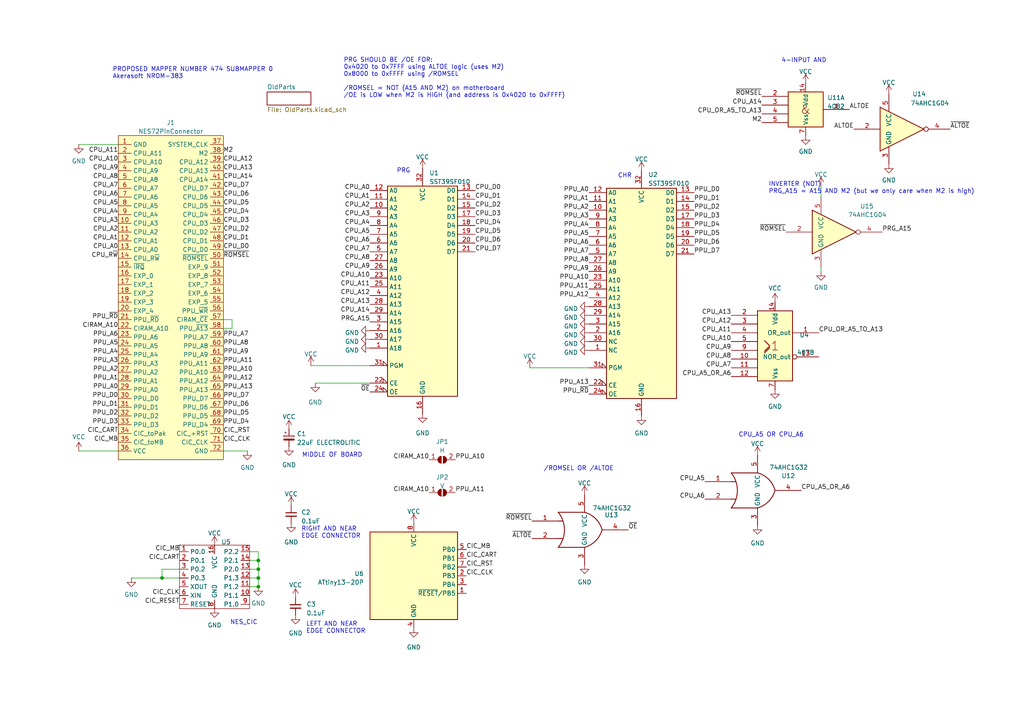
<source format=kicad_sch>
(kicad_sch (version 20230121) (generator eeschema)
  (paper "A4")
  (title_block (title "AS-8BIT-NROM-368") (company "Akerasoft") (comment 1 "©Akerasoft") (comment 2 "linear mapping") (comment 3 "This is a new mapper for simple upgrades of 32K games and also just for extra space in"))
  (lib_symbols
    (symbol "4xxx_IEEE:4082"
      (property "Reference" "U" (at 5.08 6.35 0))
      (property "Value" "4082" (at 5.08 -6.35 0))
      (symbol "4082_0_0"
        (text "&" (at 0 0 0) (effects (font (size 2.54 2.54))))
        (pin power_in line (at 0 7.62 270) (length 2.54) (name "Vdd") (number "14"))
        (pin power_in line (at 0 -7.62 90) (length 2.54) (name "Vss") (number "7"))
      )
      (symbol "4082_0_1"
        (rectangle (start -5.08 5.08) (end 5.08 -5.08) (stroke (width 0.254)) (fill (type background)))
      )
      (symbol "4082_1_1"
        (pin output line (at 12.7 0 180) (length 7.62) (name "~") (number "1"))
        (pin input line (at -12.7 3.81 0) (length 7.62) (name "~") (number "2"))
        (pin input line (at -12.7 1.27 0) (length 7.62) (name "~") (number "3"))
        (pin input line (at -12.7 -1.27 0) (length 7.62) (name "~") (number "4"))
        (pin input line (at -12.7 -3.81 0) (length 7.62) (name "~") (number "5"))
      )
      (symbol "4082_2_1"
        (pin input line (at -12.7 1.27 0) (length 7.62) (name "~") (number "10"))
        (pin input line (at -12.7 -1.27 0) (length 7.62) (name "~") (number "11"))
        (pin input line (at -12.7 -3.81 0) (length 7.62) (name "~") (number "12"))
        (pin output line (at 12.7 0 180) (length 7.62) (name "~") (number "13"))
        (pin input line (at -12.7 3.81 0) (length 7.62) (name "~") (number "9"))
      )
    )
    (symbol "74xGxx:74AHC1G04"
      (property "Reference" "U" (at -2.54 3.81 0))
      (property "Value" "74AHC1G04" (at 0 -3.81 0))
      (symbol "74AHC1G04_0_1"
        (polyline (pts (xy -7.62 6.35) (xy -7.62 -6.35) (xy 5.08 0) (xy -7.62 6.35)) (stroke (width 0.254)) (fill (type background)))
      )
      (symbol "74AHC1G04_1_1"
        (pin input line (at -15.24 0 0) (length 7.62) (name "~") (number "2"))
        (pin power_in line (at -5.08 -10.16 90) (length 5.08) (name "GND") (number "3"))
        (pin output inverted (at 12.7 0 180) (length 7.62) (name "~") (number "4"))
        (pin power_in line (at -5.08 10.16 270) (length 5.08) (name "VCC") (number "5"))
      )
    )
    (symbol "74xGxx:74AHC1G32"
      (property "Reference" "U" (at -2.54 3.81 0))
      (property "Value" "74AHC1G32" (at 0 -3.81 0))
      (symbol "74AHC1G32_0_1"
        (arc (start -7.62 -5.08) (mid -5.838 0) (end -7.62 5.08) (stroke (width 0.254)))
        (arc (start 0 -5.08) (mid 3.1986 -3.2054) (end 5.08 0) (stroke (width 0.254)))
        (polyline (pts (xy -7.62 -2.54) (xy -6.35 -2.54)) (stroke (width 0.254)) (fill (type background)))
        (polyline (pts (xy -7.62 2.54) (xy -6.35 2.54)) (stroke (width 0.254)) (fill (type background)))
        (polyline (pts (xy 0 -5.08) (xy -7.62 -5.08)) (stroke (width 0.254)) (fill (type background)))
        (polyline (pts (xy 0 5.08) (xy -7.62 5.08)) (stroke (width 0.254)) (fill (type background)))
        (arc (start 5.08 0) (mid 3.2238 3.2304) (end 0 5.08) (stroke (width 0.254)))
      )
      (symbol "74AHC1G32_1_1"
        (pin input line (at -15.24 2.54 0) (length 7.62) (name "~") (number "1"))
        (pin input line (at -15.24 -2.54 0) (length 7.62) (name "~") (number "2"))
        (pin power_in line (at 0 -10.16 90) (length 5.08) (name "GND") (number "3"))
        (pin output line (at 12.7 0 180) (length 7.62) (name "~") (number "4"))
        (pin power_in line (at 0 10.16 270) (length 5.08) (name "VCC") (number "5"))
      )
    )
    (symbol "Device:C_Polarized_Small" (pin_numbers hide) (pin_names (offset 0.254) hide)
      (property "Reference" "C" (at 0.254 1.778 0))
      (property "Value" "C_Polarized_Small" (at 0.254 -2.032 0))
      (symbol "C_Polarized_Small_0_1"
        (rectangle (start -1.524 -0.3048) (end 1.524 -0.6858) (fill (type outline)))
        (rectangle (start -1.524 0.6858) (end 1.524 0.3048))
        (polyline (pts (xy -1.27 1.524) (xy -0.762 1.524)))
        (polyline (pts (xy -1.016 1.27) (xy -1.016 1.778)))
      )
      (symbol "C_Polarized_Small_1_1"
        (pin passive line (at 0 2.54 270) (length 1.8542) (name "~") (number "1"))
        (pin passive line (at 0 -2.54 90) (length 1.8542) (name "~") (number "2"))
      )
    )
    (symbol "Device:C_Small" (pin_numbers hide) (pin_names (offset 0.254) hide)
      (property "Reference" "C" (at 0.254 1.778 0))
      (property "Value" "C_Small" (at 0.254 -2.032 0))
      (symbol "C_Small_0_1"
        (polyline (pts (xy -1.524 -0.508) (xy 1.524 -0.508)) (stroke (width 0.3302)))
        (polyline (pts (xy -1.524 0.508) (xy 1.524 0.508)) (stroke (width 0.3048)))
      )
      (symbol "C_Small_1_1"
        (pin passive line (at 0 2.54 270) (length 2.032) (name "~") (number "1"))
        (pin passive line (at 0 -2.54 90) (length 2.032) (name "~") (number "2"))
      )
    )
    (symbol "Jumper:SolderJumper_2_Open" (pin_names (offset 0) hide)
      (property "Reference" "JP" (at 0 2.032 0))
      (property "Value" "SolderJumper_2_Open" (at 0 -2.54 0))
      (symbol "SolderJumper_2_Open_0_1"
        (arc (start -0.254 1.016) (mid -1.2656 0) (end -0.254 -1.016))
        (arc (start -0.254 1.016) (mid -1.2656 0) (end -0.254 -1.016) (fill (type outline)))
        (polyline (pts (xy -0.254 1.016) (xy -0.254 -1.016)))
        (polyline (pts (xy 0.254 1.016) (xy 0.254 -1.016)))
        (arc (start 0.254 -1.016) (mid 1.2656 0) (end 0.254 1.016))
        (arc (start 0.254 -1.016) (mid 1.2656 0) (end 0.254 1.016) (fill (type outline)))
      )
      (symbol "SolderJumper_2_Open_1_1"
        (pin passive line (at -3.81 0 0) (length 2.54) (name "A") (number "1"))
        (pin passive line (at 3.81 0 180) (length 2.54) (name "B") (number "2"))
      )
    )
    (symbol "MCU_Microchip_ATtiny:ATtiny13-20P"
      (property "Reference" "U" (at -12.7 13.97 0))
      (property "Value" "ATtiny13-20P" (at 2.54 -13.97 0))
      (symbol "ATtiny13-20P_0_1"
        (rectangle (start -12.7 -12.7) (end 12.7 12.7) (stroke (width 0.254)) (fill (type background)))
      )
      (symbol "ATtiny13-20P_1_1"
        (pin bidirectional line (at 15.24 -5.08 180) (length 2.54) (name "~{RESET}/PB5") (number "1"))
        (pin bidirectional line (at 15.24 0 180) (length 2.54) (name "PB3") (number "2"))
        (pin bidirectional line (at 15.24 -2.54 180) (length 2.54) (name "PB4") (number "3"))
        (pin power_in line (at 0 -15.24 90) (length 2.54) (name "GND") (number "4"))
        (pin bidirectional line (at 15.24 7.62 180) (length 2.54) (name "PB0") (number "5"))
        (pin bidirectional line (at 15.24 5.08 180) (length 2.54) (name "PB1") (number "6"))
        (pin bidirectional line (at 15.24 2.54 180) (length 2.54) (name "PB2") (number "7"))
        (pin power_in line (at 0 15.24 270) (length 2.54) (name "VCC") (number "8"))
      )
    )
    (symbol "Memory_Flash:SST39SF010"
      (property "Reference" "U" (at 2.54 33.02 0))
      (property "Value" "SST39SF010" (at 0 -30.48 0))
      (symbol "SST39SF010_0_0"
        (pin power_in line (at 0 -34.29 90) (length 5.08) (name "GND") (number "16"))
        (pin power_in line (at 0 36.83 270) (length 5.08) (name "VCC") (number "32"))
      )
      (symbol "SST39SF010_0_1"
        (rectangle (start -10.16 31.75) (end 10.16 -29.21) (stroke (width 0.254)) (fill (type background)))
      )
      (symbol "SST39SF010_1_1"
        (pin input line (at -15.24 -15.24 0) (length 5.08) (name "NC") (number "1"))
        (pin input line (at -15.24 25.4 0) (length 5.08) (name "A2") (number "10"))
        (pin input line (at -15.24 27.94 0) (length 5.08) (name "A1") (number "11"))
        (pin input line (at -15.24 30.48 0) (length 5.08) (name "A0") (number "12"))
        (pin tri_state line (at 15.24 30.48 180) (length 5.08) (name "D0") (number "13"))
        (pin tri_state line (at 15.24 27.94 180) (length 5.08) (name "D1") (number "14"))
        (pin tri_state line (at 15.24 25.4 180) (length 5.08) (name "D2") (number "15"))
        (pin tri_state line (at 15.24 22.86 180) (length 5.08) (name "D3") (number "17"))
        (pin tri_state line (at 15.24 20.32 180) (length 5.08) (name "D4") (number "18"))
        (pin tri_state line (at 15.24 17.78 180) (length 5.08) (name "D5") (number "19"))
        (pin input line (at -15.24 -10.16 0) (length 5.08) (name "A16") (number "2"))
        (pin tri_state line (at 15.24 15.24 180) (length 5.08) (name "D6") (number "20"))
        (pin tri_state line (at 15.24 12.7 180) (length 5.08) (name "D7") (number "21"))
        (pin input input_low (at -15.24 -25.4 0) (length 5.08) (name "CE") (number "22"))
        (pin input line (at -15.24 5.08 0) (length 5.08) (name "A10") (number "23"))
        (pin input input_low (at -15.24 -27.94 0) (length 5.08) (name "OE") (number "24"))
        (pin input line (at -15.24 2.54 0) (length 5.08) (name "A11") (number "25"))
        (pin input line (at -15.24 7.62 0) (length 5.08) (name "A9") (number "26"))
        (pin input line (at -15.24 10.16 0) (length 5.08) (name "A8") (number "27"))
        (pin input line (at -15.24 -2.54 0) (length 5.08) (name "A13") (number "28"))
        (pin input line (at -15.24 -5.08 0) (length 5.08) (name "A14") (number "29"))
        (pin input line (at -15.24 -7.62 0) (length 5.08) (name "A15") (number "3"))
        (pin input line (at -15.24 -12.7 0) (length 5.08) (name "NC") (number "30"))
        (pin input input_low (at -15.24 -20.32 0) (length 5.08) (name "PGM") (number "31"))
        (pin input line (at -15.24 0 0) (length 5.08) (name "A12") (number "4"))
        (pin input line (at -15.24 12.7 0) (length 5.08) (name "A7") (number "5"))
        (pin input line (at -15.24 15.24 0) (length 5.08) (name "A6") (number "6"))
        (pin input line (at -15.24 17.78 0) (length 5.08) (name "A5") (number "7"))
        (pin input line (at -15.24 20.32 0) (length 5.08) (name "A4") (number "8"))
        (pin input line (at -15.24 22.86 0) (length 5.08) (name "A3") (number "9"))
      )
    )
    (symbol "Memory_Flash:SST39SF040"
      (property "Reference" "U" (at 2.54 33.02 0))
      (property "Value" "SST39SF040" (at 0 -30.48 0))
      (symbol "SST39SF040_0_0"
        (pin power_in line (at 0 -34.29 90) (length 5.08) (name "GND") (number "16"))
        (pin power_in line (at 0 36.83 270) (length 5.08) (name "VCC") (number "32"))
      )
      (symbol "SST39SF040_0_1"
        (rectangle (start -10.16 31.75) (end 10.16 -29.21) (stroke (width 0.254)) (fill (type background)))
      )
      (symbol "SST39SF040_1_1"
        (pin input line (at -15.24 -15.24 0) (length 5.08) (name "A18") (number "1"))
        (pin input line (at -15.24 25.4 0) (length 5.08) (name "A2") (number "10"))
        (pin input line (at -15.24 27.94 0) (length 5.08) (name "A1") (number "11"))
        (pin input line (at -15.24 30.48 0) (length 5.08) (name "A0") (number "12"))
        (pin tri_state line (at 15.24 30.48 180) (length 5.08) (name "D0") (number "13"))
        (pin tri_state line (at 15.24 27.94 180) (length 5.08) (name "D1") (number "14"))
        (pin tri_state line (at 15.24 25.4 180) (length 5.08) (name "D2") (number "15"))
        (pin tri_state line (at 15.24 22.86 180) (length 5.08) (name "D3") (number "17"))
        (pin tri_state line (at 15.24 20.32 180) (length 5.08) (name "D4") (number "18"))
        (pin tri_state line (at 15.24 17.78 180) (length 5.08) (name "D5") (number "19"))
        (pin input line (at -15.24 -10.16 0) (length 5.08) (name "A16") (number "2"))
        (pin tri_state line (at 15.24 15.24 180) (length 5.08) (name "D6") (number "20"))
        (pin tri_state line (at 15.24 12.7 180) (length 5.08) (name "D7") (number "21"))
        (pin input input_low (at -15.24 -25.4 0) (length 5.08) (name "CE") (number "22"))
        (pin input line (at -15.24 5.08 0) (length 5.08) (name "A10") (number "23"))
        (pin input input_low (at -15.24 -27.94 0) (length 5.08) (name "OE") (number "24"))
        (pin input line (at -15.24 2.54 0) (length 5.08) (name "A11") (number "25"))
        (pin input line (at -15.24 7.62 0) (length 5.08) (name "A9") (number "26"))
        (pin input line (at -15.24 10.16 0) (length 5.08) (name "A8") (number "27"))
        (pin input line (at -15.24 -2.54 0) (length 5.08) (name "A13") (number "28"))
        (pin input line (at -15.24 -5.08 0) (length 5.08) (name "A14") (number "29"))
        (pin input line (at -15.24 -7.62 0) (length 5.08) (name "A15") (number "3"))
        (pin input line (at -15.24 -12.7 0) (length 5.08) (name "A17") (number "30"))
        (pin input input_low (at -15.24 -20.32 0) (length 5.08) (name "PGM") (number "31"))
        (pin input line (at -15.24 0 0) (length 5.08) (name "A12") (number "4"))
        (pin input line (at -15.24 12.7 0) (length 5.08) (name "A7") (number "5"))
        (pin input line (at -15.24 15.24 0) (length 5.08) (name "A6") (number "6"))
        (pin input line (at -15.24 17.78 0) (length 5.08) (name "A5") (number "7"))
        (pin input line (at -15.24 20.32 0) (length 5.08) (name "A4") (number "8"))
        (pin input line (at -15.24 22.86 0) (length 5.08) (name "A3") (number "9"))
      )
    )
    (symbol "New_Library:CD4078B_fixed"
      (property "Reference" "U4" (at 8.4836 3.1749 0))
      (property "Value" "4078" (at 8.89 -1.905 0))
      (symbol "CD4078B_fixed_0_0"
        (rectangle (start -5.08 10.16) (end 5.08 -10.16) (stroke (width 0.254)) (fill (type background)))
        (polyline (pts (xy -3.048 -2.032) (xy -1.524 -0.508) (xy -1.524 -0.508)) (stroke (width 0.254)) (fill (type background)))
        (polyline (pts (xy -3.048 1.524) (xy -1.524 0) (xy -3.048 -1.524) (xy -3.048 -1.524)) (stroke (width 0.254)) (fill (type background)))
        (text "1" (at 0 0 0) (effects (font (size 2.54 2.54))))
        (pin power_in line (at 0 12.7 270) (length 2.54) (name "Vdd") (number "14"))
        (pin power_in line (at 0 -12.7 90) (length 2.54) (name "Vss") (number "7"))
      )
      (symbol "CD4078B_fixed_1_1"
        (pin output line (at 12.7 3.81 180) (length 7.62) (name "OR_out") (number "1"))
        (pin input line (at -12.7 -3.81 0) (length 7.62) (name "~") (number "10"))
        (pin input line (at -12.7 -6.35 0) (length 7.62) (name "~") (number "11"))
        (pin input line (at -12.7 -8.89 0) (length 7.62) (name "~") (number "12"))
        (pin output inverted (at 12.7 -3.175 180) (length 7.62) (name "NOR_out") (number "13"))
        (pin input line (at -12.7 8.89 0) (length 7.62) (name "~") (number "2"))
        (pin input line (at -12.7 6.35 0) (length 7.62) (name "~") (number "3"))
        (pin input line (at -12.7 3.81 0) (length 7.62) (name "~") (number "4"))
        (pin input line (at -12.7 1.27 0) (length 7.62) (name "~") (number "5"))
        (pin input line (at -12.7 -1.27 0) (length 7.62) (name "~") (number "9"))
      )
    )
    (symbol "New_Library:NES72PinConnector"
      (property "Reference" "J" (at 0 0 0))
      (property "Value" "NES72PinConnector" (at 0 0 0))
      (symbol "NES72PinConnector_0_1"
        (rectangle (start 0 0) (end 30.48 -93.98) (fill (type background)))
      )
      (symbol "NES72PinConnector_1_1"
        (pin power_in line (at 0 -2.54 0) (length 3.81) (name "GND") (number "1"))
        (pin input line (at 0 -25.4 0) (length 3.81) (name "CPU_A3") (number "10"))
        (pin input line (at 0 -27.94 0) (length 3.81) (name "CPU_A2") (number "11"))
        (pin input line (at 0 -30.48 0) (length 3.81) (name "CPU_A1") (number "12"))
        (pin input line (at 0 -33.02 0) (length 3.81) (name "CPU_A0") (number "13"))
        (pin input line (at 0 -35.56 0) (length 3.81) (name "CPU_R~{W}") (number "14"))
        (pin output line (at 0 -38.1 0) (length 3.81) (name "~{IRQ}") (number "15"))
        (pin unspecified line (at 0 -40.64 0) (length 3.81) (name "EXP_0") (number "16"))
        (pin unspecified line (at 0 -43.18 0) (length 3.81) (name "EXP_1") (number "17"))
        (pin unspecified line (at 0 -45.72 0) (length 3.81) (name "EXP_2") (number "18"))
        (pin unspecified line (at 0 -48.26 0) (length 3.81) (name "EXP_3") (number "19"))
        (pin input line (at 0 -5.08 0) (length 3.81) (name "CPU_A11") (number "2"))
        (pin unspecified line (at 0 -50.8 0) (length 3.81) (name "EXP_4") (number "20"))
        (pin input line (at 0 -53.34 0) (length 3.81) (name "PPU_~{RD}") (number "21"))
        (pin input line (at 0 -55.88 0) (length 3.81) (name "CIRAM_A10") (number "22"))
        (pin input line (at 0 -58.42 0) (length 3.81) (name "PPU_A6") (number "23"))
        (pin input line (at 0 -60.96 0) (length 3.81) (name "PPU_A5") (number "24"))
        (pin input line (at 0 -63.5 0) (length 3.81) (name "PPU_A4") (number "25"))
        (pin input line (at 0 -66.04 0) (length 3.81) (name "PPU_A3") (number "26"))
        (pin input line (at 0 -68.58 0) (length 3.81) (name "PPU_A2") (number "27"))
        (pin input line (at 0 -71.12 0) (length 3.81) (name "PPU_A1") (number "28"))
        (pin input line (at 0 -73.66 0) (length 3.81) (name "PPU_A0") (number "29"))
        (pin input line (at 0 -7.62 0) (length 3.81) (name "CPU_A10") (number "3"))
        (pin bidirectional line (at 0 -76.2 0) (length 3.81) (name "PPU_D0") (number "30"))
        (pin bidirectional line (at 0 -78.74 0) (length 3.81) (name "PPU_D1") (number "31"))
        (pin bidirectional line (at 0 -81.28 0) (length 3.81) (name "PPU_D2") (number "32"))
        (pin bidirectional line (at 0 -83.82 0) (length 3.81) (name "PPU_D3") (number "33"))
        (pin input line (at 0 -86.36 0) (length 3.81) (name "CIC_toPak") (number "34"))
        (pin output line (at 0 -88.9 0) (length 3.81) (name "CIC_toMB") (number "35"))
        (pin power_in line (at 0 -91.44 0) (length 3.81) (name "VCC") (number "36"))
        (pin input line (at 30.48 -2.54 180) (length 3.81) (name "SYSTEM_CLK") (number "37"))
        (pin input line (at 30.48 -5.08 180) (length 3.81) (name "M2") (number "38"))
        (pin input line (at 30.48 -7.62 180) (length 3.81) (name "CPU_A12") (number "39"))
        (pin input line (at 0 -10.16 0) (length 3.81) (name "CPU_A9") (number "4"))
        (pin input line (at 30.48 -10.16 180) (length 3.81) (name "CPU_A13") (number "40"))
        (pin input line (at 30.48 -12.7 180) (length 3.81) (name "CPU_A14") (number "41"))
        (pin bidirectional line (at 30.48 -15.24 180) (length 3.81) (name "CPU_D7") (number "42"))
        (pin bidirectional line (at 30.48 -17.78 180) (length 3.81) (name "CPU_D6") (number "43"))
        (pin bidirectional line (at 30.48 -20.32 180) (length 3.81) (name "CPU_D5") (number "44"))
        (pin bidirectional line (at 30.48 -22.86 180) (length 3.81) (name "CPU_D4") (number "45"))
        (pin bidirectional line (at 30.48 -25.4 180) (length 3.81) (name "CPU_D3") (number "46"))
        (pin bidirectional line (at 30.48 -27.94 180) (length 3.81) (name "CPU_D2") (number "47"))
        (pin bidirectional line (at 30.48 -30.48 180) (length 3.81) (name "CPU_D1") (number "48"))
        (pin bidirectional line (at 30.48 -33.02 180) (length 3.81) (name "CPU_D0") (number "49"))
        (pin input line (at 0 -12.7 0) (length 3.81) (name "CPU_A8") (number "5"))
        (pin input line (at 30.48 -35.56 180) (length 3.81) (name "~{ROMSEL}") (number "50"))
        (pin unspecified line (at 30.48 -38.1 180) (length 3.81) (name "EXP_9") (number "51"))
        (pin unspecified line (at 30.48 -40.64 180) (length 3.81) (name "EXP_8") (number "52"))
        (pin unspecified line (at 30.48 -43.18 180) (length 3.81) (name "EXP_7") (number "53"))
        (pin unspecified line (at 30.48 -45.72 180) (length 3.81) (name "EXP_6") (number "54"))
        (pin unspecified line (at 30.48 -48.26 180) (length 3.81) (name "EXP_5") (number "55"))
        (pin input line (at 30.48 -50.8 180) (length 3.81) (name "PPU_~{WR}") (number "56"))
        (pin input line (at 30.48 -53.34 180) (length 3.81) (name "CIRAM_~{CE}") (number "57"))
        (pin input line (at 30.48 -55.88 180) (length 3.81) (name "PPU_~{A13}") (number "58"))
        (pin input line (at 30.48 -58.42 180) (length 3.81) (name "PPU_A7") (number "59"))
        (pin input line (at 0 -15.24 0) (length 3.81) (name "CPU_A7") (number "6"))
        (pin input line (at 30.48 -60.96 180) (length 3.81) (name "PPU_A8") (number "60"))
        (pin input line (at 30.48 -63.5 180) (length 3.81) (name "PPU_A9") (number "61"))
        (pin input line (at 30.48 -66.04 180) (length 3.81) (name "PPU_A11") (number "62"))
        (pin input line (at 30.48 -68.58 180) (length 3.81) (name "PPU_A10") (number "63"))
        (pin input line (at 30.48 -71.12 180) (length 3.81) (name "PPU_A12") (number "64"))
        (pin input line (at 30.48 -73.66 180) (length 3.81) (name "PPU_A13") (number "65"))
        (pin bidirectional line (at 30.48 -76.2 180) (length 3.81) (name "PPU_D7") (number "66"))
        (pin bidirectional line (at 30.48 -78.74 180) (length 3.81) (name "PPU_D6") (number "67"))
        (pin bidirectional line (at 30.48 -81.28 180) (length 3.81) (name "PPU_D5") (number "68"))
        (pin bidirectional line (at 30.48 -83.82 180) (length 3.81) (name "PPU_D4") (number "69"))
        (pin input line (at 0 -17.78 0) (length 3.81) (name "CPU_A6") (number "7"))
        (pin input line (at 30.48 -86.36 180) (length 3.81) (name "CIC_+RST") (number "70"))
        (pin input line (at 30.48 -88.9 180) (length 3.81) (name "CIC_CLK") (number "71"))
        (pin power_in line (at 30.48 -91.44 180) (length 3.81) (name "GND") (number "72"))
        (pin input line (at 0 -20.32 0) (length 3.81) (name "CPU_A5") (number "8"))
        (pin input line (at 0 -22.86 0) (length 3.81) (name "CPU_A4") (number "9"))
      )
    )
    (symbol "New_Library:NES_CIC"
      (property "Reference" "U" (at 0 0 0))
      (symbol "NES_CIC_0_1"
        (rectangle (start 0 0) (end 20.32 -18.415))
      )
      (symbol "NES_CIC_1_1"
        (pin bidirectional line (at 0 -1.905 0) (length 2.54) (name "P0.0") (number "1"))
        (pin input line (at 20.32 -14.605 180) (length 2.54) (name "P1.1") (number "10"))
        (pin output line (at 20.32 -12.065 180) (length 2.54) (name "P1.2") (number "11"))
        (pin bidirectional line (at 20.32 -9.525 180) (length 2.54) (name "P1.3") (number "12"))
        (pin bidirectional line (at 20.32 -6.985 180) (length 2.54) (name "P2.0") (number "13"))
        (pin bidirectional line (at 20.32 -4.445 180) (length 2.54) (name "P2.1") (number "14"))
        (pin bidirectional line (at 20.32 -1.905 180) (length 2.54) (name "P2.2") (number "15"))
        (pin power_in line (at 10.16 0 270) (length 2.54) (name "VCC") (number "16"))
        (pin bidirectional line (at 0 -4.445 0) (length 2.54) (name "P0.1") (number "2"))
        (pin bidirectional line (at 0 -6.985 0) (length 2.54) (name "P0.2") (number "3"))
        (pin bidirectional line (at 0 -9.525 0) (length 2.54) (name "P0.3") (number "4"))
        (pin output line (at 0 -12.065 0) (length 2.54) (name "XOUT") (number "5"))
        (pin input line (at 0 -14.605 0) (length 2.54) (name "XIN") (number "6"))
        (pin input line (at 0 -17.145 0) (length 2.54) (name "RESET") (number "7"))
        (pin power_in line (at 10.16 -18.415 90) (length 2.54) (name "GND") (number "8"))
        (pin input line (at 20.32 -17.145 180) (length 2.54) (name "P1.0") (number "9"))
      )
    )
    (symbol "power:GND" (power) (pin_names (offset 0))
      (property "Value" "GND" (at 0 -3.81 0))
      (symbol "GND_0_1"
        (polyline (pts (xy 0 0) (xy 0 -1.27) (xy 1.27 -1.27) (xy 0 -2.54) (xy -1.27 -1.27) (xy 0 -1.27)))
      )
      (symbol "GND_1_1"
        (pin power_in line (at 0 0 270) (length 0) hide (name "GND") (number "1"))
      )
    )
    (symbol "power:VCC" (power) (pin_names (offset 0))
      (property "Value" "VCC" (at 0 3.81 0))
      (symbol "VCC_0_1"
        (polyline (pts (xy -0.762 1.27) (xy 0 2.54)))
        (polyline (pts (xy 0 0) (xy 0 2.54)))
        (polyline (pts (xy 0 2.54) (xy 0.762 1.27)))
      )
      (symbol "VCC_1_1"
        (pin power_in line (at 0 0 90) (length 0) hide (name "VCC") (number "1"))
      )
    )
  )
  (junction (at 74.93 167.64))
  (junction (at 74.93 165.1))
  (junction (at 74.93 162.56))
  (junction (at 74.93 170.18))
  (junction (at 46.99 167.64))
  (wire (pts (xy 91.44 111.125) (xy 107.315 111.125)))
  (wire (pts (xy 74.93 170.18) (xy 72.39 170.18)))
  (wire (pts (xy 72.39 162.56) (xy 74.93 162.56)))
  (wire (pts (xy 72.39 167.64) (xy 74.93 167.64)))
  (wire (pts (xy 90.17 106.045) (xy 107.315 106.045)))
  (wire (pts (xy 74.93 160.02) (xy 74.93 162.56)))
  (wire (pts (xy 22.86 41.91) (xy 34.29 41.91)))
  (wire (pts (xy 153.67 106.68) (xy 170.815 106.68)))
  (wire (pts (xy 238.125 53.975) (xy 238.125 57.15)))
  (wire (pts (xy 64.77 92.71) (xy 67.31 92.71)))
  (wire (pts (xy 22.86 130.81) (xy 34.29 130.81)))
  (wire (pts (xy 64.77 95.25) (xy 67.31 95.25)))
  (wire (pts (xy 46.99 167.64) (xy 46.99 165.1)))
  (wire (pts (xy 46.99 165.1) (xy 52.07 165.1)))
  (wire (pts (xy 71.755 130.81) (xy 64.77 130.81)))
  (wire (pts (xy 72.39 160.02) (xy 74.93 160.02)))
  (wire (pts (xy 38.1 167.64) (xy 46.99 167.64)))
  (wire (pts (xy 74.93 162.56) (xy 74.93 165.1)))
  (wire (pts (xy 46.99 167.64) (xy 52.07 167.64)))
  (wire (pts (xy 238.125 77.47) (xy 238.125 78.74)))
  (wire (pts (xy 74.93 165.1) (xy 74.93 167.64)))
  (wire (pts (xy 74.93 167.64) (xy 74.93 170.18)))
  (wire (pts (xy 72.39 165.1) (xy 74.93 165.1)))
  (wire (pts (xy 67.31 92.71) (xy 67.31 95.25)))
  (text "PROPOSED MAPPER NUMBER 474 SUBMAPPER 0\nAkerasoft NROM-383\n" (at 32.639 22.987 0) (effects (font (size 1.27 1.27)) (justify left bottom)))
  (text "4-INPUT AND" (at 226.6188 18.3388 0) (effects (font (size 1.27 1.27)) (justify left bottom)))
  (text "/ROMSEL OR /ALTOE" (at 157.6324 136.7028 0) (effects (font (size 1.27 1.27)) (justify left bottom)))
  (text "RIGHT AND NEAR\nEDGE CONNECTOR" (at 87.376 156.2862 0) (effects (font (size 1.27 1.27)) (justify left bottom)))
  (text "PRG SHOULD BE /OE FOR:\n0x4020 to 0x7FFF using ALTOE logic (uses M2)\n0x8000 to 0xFFFF using /ROMSEL\n\n/ROMSEL = NOT (A15 AND M2) on motherboard\n/OE is LOW when M2 is HIGH (and address is 0x4020 to 0xFFFF)" (at 99.6442 28.4734 0) (effects (font (size 1.27 1.27)) (justify left bottom)))
  (text "INVERTER (NOT)\nPRG_A15 = A15 AND M2 (but we only care when M2 is high)" (at 222.9104 56.3118 0) (effects (font (size 1.27 1.27)) (justify left bottom)))
  (text "CHR" (at 179.197 51.7652 0) (effects (font (size 1.27 1.27)) (justify left bottom)))
  (text "MIDDLE OF BOARD" (at 87.5792 132.7912 0) (effects (font (size 1.27 1.27)) (justify left bottom)))
  (text "LEFT AND NEAR\nEDGE CONNECTOR" (at 88.773 183.8706 0) (effects (font (size 1.27 1.27)) (justify left bottom)))
  (text "NES_CIC" (at 66.7258 181.3306 0) (effects (font (size 1.27 1.27)) (justify left bottom)))
  (text "PRG" (at 115.0366 50.3174 0) (effects (font (size 1.27 1.27)) (justify left bottom)))
  (text "CPU_A5 OR CPU_A6" (at 214.1728 126.9238 0) (effects (font (size 1.27 1.27)) (justify left bottom)))
  (label "CPU_A2" (at 34.29 67.31 180))
  (label "PPU_A12" (at 64.77 110.49 0))
  (label "PPU_A9" (at 170.815 78.74 180))
  (label "PPU_A11" (at 132.08 142.875 0))
  (label "PPU_A7" (at 64.77 97.79 0))
  (label "CIC_MB" (at 135.255 159.385 0))
  (label "PPU_D6" (at 64.77 118.11 0))
  (label "CPU_A2" (at 107.315 60.325 180))
  (label "CIC_CLK" (at 64.77 128.27 0))
  (label "CPU_A3" (at 34.29 64.77 180))
  (label "PPU_D7" (at 201.295 73.66 0))
  (label "CIC_CLK" (at 135.255 167.005 0))
  (label "CPU_A13" (at 64.77 49.53 0))
  (label "CPU_A10" (at 34.29 46.99 180))
  (label "PPU_A3" (at 170.815 63.5 180))
  (label "CPU_A6" (at 34.29 57.15 180))
  (label "CPU_A14" (at 220.98 30.48 180))
  (label "CPU_A11" (at 34.29 44.45 180))
  (label "~{ALTOE}" (at 275.59 37.465 0))
  (label "CPU_A14" (at 64.77 52.07 0))
  (label "PPU_A10" (at 64.77 107.95 0))
  (label "CPU_D7" (at 137.795 73.025 0))
  (label "~{ROMSEL}" (at 220.98 27.94 180))
  (label "CPU_A13" (at 107.315 88.265 180))
  (label "CPU_D3" (at 64.77 64.77 0))
  (label "PPU_A7" (at 170.815 73.66 180))
  (label "CPU_D4" (at 64.77 62.23 0))
  (label "CPU_D0" (at 64.77 72.39 0))
  (label "PPU_A6" (at 170.815 71.12 180))
  (label "M2" (at 220.98 35.56 180))
  (label "CPU_A8" (at 34.29 52.07 180))
  (label "CIC_RESET" (at 52.07 175.26 180))
  (label "PPU_A0" (at 34.29 113.03 180))
  (label "CPU_A9" (at 34.29 49.53 180))
  (label "PPU_D1" (at 201.295 58.42 0))
  (label "PPU_A1" (at 34.29 110.49 180))
  (label "CIRAM_A10" (at 124.46 142.875 180))
  (label "CPU_D0" (at 137.795 55.245 0))
  (label "CPU_A5_OR_A6" (at 232.41 142.24 0))
  (label "CIC_CLK" (at 52.07 172.72 180))
  (label "CPU_D4" (at 137.795 65.405 0))
  (label "CPU_A8" (at 212.09 104.14 180))
  (label "CPU_D1" (at 64.77 69.85 0))
  (label "PPU_D2" (at 34.29 120.65 180))
  (label "CIC_CART" (at 52.07 162.56 180))
  (label "~{ROMSEL}" (at 227.965 67.31 180))
  (label "PPU_A0" (at 170.815 55.88 180))
  (label "CPU_A8" (at 107.315 75.565 180))
  (label "~{OE}" (at 182.245 153.67 0))
  (label "PPU_A5" (at 34.29 100.33 180))
  (label "PPU_D3" (at 34.29 123.19 180))
  (label "PPU_~{RD}" (at 170.815 114.3 180))
  (label "PPU_D0" (at 201.295 55.88 0))
  (label "~{OE}" (at 107.315 113.665 180))
  (label "PPU_A2" (at 34.29 107.95 180))
  (label "PPU_D6" (at 201.295 71.12 0))
  (label "CPU_A0" (at 34.29 72.39 180))
  (label "CPU_A13" (at 212.09 91.44 180))
  (label "PPU_A3" (at 34.29 105.41 180))
  (label "PPU_A13" (at 170.815 111.76 180))
  (label "CIC_MB" (at 34.29 128.27 180))
  (label "PPU_A4" (at 170.815 66.04 180))
  (label "PPU_A12" (at 170.815 86.36 180))
  (label "M2" (at 64.77 44.45 0))
  (label "CPU_D5" (at 64.77 59.69 0))
  (label "CPU_A1" (at 107.315 57.785 180))
  (label "CPU_A0" (at 107.315 55.245 180))
  (label "PPU_A1" (at 170.815 58.42 180))
  (label "CPU_A7" (at 212.09 106.68 180))
  (label "PPU_A9" (at 64.77 102.87 0))
  (label "CPU_D2" (at 64.77 67.31 0))
  (label "CPU_D6" (at 137.795 70.485 0))
  (label "CPU_A1" (at 34.29 69.85 180))
  (label "CPU_A7" (at 34.29 54.61 180))
  (label "CIC_RST" (at 135.255 164.465 0))
  (label "CPU_A9" (at 107.315 78.105 180))
  (label "PPU_D5" (at 64.77 120.65 0))
  (label "~{ALTOE}" (at 154.305 156.21 180))
  (label "CIRAM_A10" (at 34.29 95.25 180))
  (label "CPU_A12" (at 212.09 93.98 180))
  (label "CPU_A6" (at 204.47 144.78 180))
  (label "CIC_CART" (at 135.255 161.925 0))
  (label "CPU_A10" (at 212.09 99.06 180))
  (label "CPU_A5" (at 204.47 139.7 180))
  (label "ALTOE" (at 247.65 37.465 180))
  (label "PPU_A13" (at 64.77 113.03 0))
  (label "CPU_A6" (at 107.315 70.485 180))
  (label "CPU_A7" (at 107.315 73.025 180))
  (label "~{ROMSEL}" (at 64.77 74.93 0))
  (label "PPU_D0" (at 34.29 115.57 180))
  (label "PPU_D5" (at 201.295 68.58 0))
  (label "CPU_A10" (at 107.315 80.645 180))
  (label "PPU_D7" (at 64.77 115.57 0))
  (label "~{ROMSEL}" (at 154.305 151.13 180))
  (label "CPU_A4" (at 34.29 62.23 180))
  (label "CPU_A5_OR_A6" (at 212.09 109.22 180))
  (label "PPU_A8" (at 64.77 100.33 0))
  (label "CIRAM_A10" (at 124.46 133.35 180))
  (label "PPU_D3" (at 201.295 63.5 0))
  (label "PPU_A6" (at 34.29 97.79 180))
  (label "PPU_D4" (at 64.77 123.19 0))
  (label "CPU_A4" (at 107.315 65.405 180))
  (label "PPU_A10" (at 170.815 81.28 180))
  (label "PRG_A15" (at 255.905 67.31 0))
  (label "PRG_A15" (at 107.315 93.345 180))
  (label "PPU_A10" (at 132.08 133.35 0))
  (label "PPU_A11" (at 64.77 105.41 0))
  (label "CPU_A12" (at 107.315 85.725 180))
  (label "PPU_A4" (at 34.29 102.87 180))
  (label "CPU_OR_A5_TO_A13" (at 237.49 96.52 0))
  (label "CPU_D7" (at 64.77 54.61 0))
  (label "PPU_A8" (at 170.815 76.2 180))
  (label "PPU_D4" (at 201.295 66.04 0))
  (label "CPU_D2" (at 137.795 60.325 0))
  (label "CIC_CART" (at 34.29 125.73 180))
  (label "CPU_A11" (at 107.315 83.185 180))
  (label "CPU_OR_A5_TO_A13" (at 220.98 33.02 180))
  (label "ALTOE" (at 246.38 31.75 0))
  (label "PPU_A5" (at 170.815 68.58 180))
  (label "CIC_MB" (at 52.07 160.02 180))
  (label "CIC_RST" (at 64.77 125.73 0))
  (label "CPU_A12" (at 64.77 46.99 0))
  (label "CPU_A9" (at 212.09 101.6 180))
  (label "CPU_D5" (at 137.795 67.945 0))
  (label "PPU_D2" (at 201.295 60.96 0))
  (label "CPU_D1" (at 137.795 57.785 0))
  (label "PPU_~{RD}" (at 34.29 92.71 180))
  (label "CPU_A5" (at 34.29 59.69 180))
  (label "CPU_D3" (at 137.795 62.865 0))
  (label "PPU_A11" (at 170.815 83.82 180))
  (label "PPU_A2" (at 170.815 60.96 180))
  (label "CPU_A14" (at 107.315 90.805 180))
  (label "CPU_D6" (at 64.77 57.15 0))
  (label "CPU_A11" (at 212.09 96.52 180))
  (label "CPU_A3" (at 107.315 62.865 180))
  (label "CPU_A5" (at 107.315 67.945 180))
  (label "CPU_R~{W}" (at 34.29 74.93 180))
  (label "PPU_D1" (at 34.29 118.11 180))
  (symbol (lib_id "Jumper:SolderJumper_2_Open") (at 128.27 142.875 0) (unit 1)
    (property "Reference" "JP2" (at 128.27 138.4046 0))
    (property "Value" "V" (at 128.27 140.9446 0))
    (property "Footprint" "Jumper:SolderJumper-2_P1.3mm_Open_Pad1.0x1.5mm" (effects hide))
  )
  (symbol (lib_id "power:VCC") (at 238.125 53.975 0) (unit 1)
    (property "Reference" "#PWR043" (effects hide))
    (property "Value" "VCC" (at 238.125 50.6222 0))
  )
  (symbol (lib_id "power:GND") (at 186.055 120.65 0) (unit 1)
    (property "Reference" "#PWR07" (effects hide))
    (property "Value" "GND" (at 186.055 125.6538 0))
  )
  (symbol (lib_id "power:GND") (at 170.815 91.44 270) (unit 1)
    (property "Reference" "#PWR020" (effects hide))
    (property "Value" "GND" (at 167.64 92.075 90) (effects (justify right)))
  )
  (symbol (lib_id "power:VCC") (at 84.455 146.685 0) (unit 1)
    (property "Reference" "#PWR09" (effects hide))
    (property "Value" "VCC" (at 84.455 143.2814 0))
  )
  (symbol (lib_id "power:GND") (at 170.815 88.9 270) (unit 1)
    (property "Reference" "#PWR012" (effects hide))
    (property "Value" "GND" (at 167.64 89.535 90) (effects (justify right)))
  )
  (symbol (lib_id "power:GND") (at 83.82 129.54 0) (unit 1)
    (property "Reference" "#PWR014" (effects hide))
    (property "Value" "GND" (at 83.82 134.8486 0))
  )
  (symbol (lib_id "power:GND") (at 170.815 99.06 270) (unit 1)
    (property "Reference" "#PWR029" (effects hide))
    (property "Value" "GND" (at 167.64 99.695 90) (effects (justify right)))
  )
  (symbol (lib_id "power:GND") (at 257.81 47.625 0) (unit 1)
    (property "Reference" "#PWR041" (effects hide))
    (property "Value" "GND" (at 257.81 52.2478 0))
  )
  (symbol (lib_id "74xGxx:74AHC1G32") (at 219.71 142.24 0) (unit 1)
    (property "Reference" "U12" (at 228.6254 137.9982 0))
    (property "Value" "74AHC1G32" (at 228.7524 135.5598 0))
    (property "Footprint" "Package_TO_SOT_SMD:SOT-23-5" (effects hide))
    (property "Datasheet" "http://www.ti.com/lit/sg/scyt129e/scyt129e.pdf" (effects hide))
  )
  (symbol (lib_id "power:VCC") (at 219.71 132.08 0) (unit 1)
    (property "Reference" "#PWR039" (effects hide))
    (property "Value" "VCC" (at 219.71 128.7272 0))
  )
  (symbol (lib_id "power:GND") (at 224.79 113.03 0) (unit 1)
    (property "Reference" "#PWR011" (effects hide))
    (property "Value" "GND" (at 224.79 117.9068 0))
  )
  (symbol (lib_id "Memory_Flash:SST39SF040") (at 122.555 85.725 0) (unit 1)
    (property "Reference" "U1" (at 124.5109 50.165 0) (effects (justify left)))
    (property "Value" "SST39SF010" (at 124.5109 52.705 0) (effects (justify left)))
    (property "Footprint" "Package_DIP:DIP-32_W15.24mm" (effects hide))
    (property "Datasheet" "http://ww1.microchip.com/downloads/en/DeviceDoc/25022B.pdf" (effects hide))
  )
  (symbol (lib_id "power:GND") (at 238.125 78.74 0) (unit 1)
    (property "Reference" "#PWR042" (effects hide))
    (property "Value" "GND" (at 238.125 83.3628 0))
  )
  (symbol (lib_id "Device:C_Small") (at 84.455 149.225 0) (unit 1)
    (property "Reference" "C2" (at 87.376 148.5963 0) (effects (justify left)))
    (property "Value" "0.1uF" (at 87.376 151.1363 0) (effects (justify left)))
    (property "Footprint" "Capacitor_THT:C_Disc_D3.0mm_W1.6mm_P2.50mm" (effects hide))
  )
  (symbol (lib_id "power:GND") (at 22.86 41.91 0) (unit 1)
    (property "Reference" "#PWR01" (effects hide))
    (property "Value" "GND" (at 22.86 46.7106 0))
  )
  (symbol (lib_id "74xGxx:74AHC1G04") (at 243.205 67.31 0) (unit 1)
    (property "Reference" "U15" (at 251.4346 59.817 0))
    (property "Value" "74AHC1G04" (at 251.5616 62.2808 0))
    (property "Footprint" "Package_TO_SOT_SMD:SOT-23-5" (effects hide))
    (property "Datasheet" "http://www.ti.com/lit/sg/scyt129e/scyt129e.pdf" (effects hide))
  )
  (symbol (lib_id "power:GND") (at 170.815 101.6 270) (unit 1)
    (property "Reference" "#PWR030" (effects hide))
    (property "Value" "GND" (at 167.64 102.235 90) (effects (justify right)))
  )
  (symbol (lib_id "power:VCC") (at 169.545 143.51 0) (unit 1)
    (property "Reference" "#PWR036" (effects hide))
    (property "Value" "VCC" (at 169.545 140.1572 0))
  )
  (symbol (lib_id "power:GND") (at 122.555 120.015 0) (unit 1)
    (property "Reference" "#PWR06" (effects hide))
    (property "Value" "GND" (at 122.555 125.603 0))
  )
  (symbol (lib_id "power:VCC") (at 257.81 27.305 0) (unit 1)
    (property "Reference" "#PWR040" (effects hide))
    (property "Value" "VCC" (at 257.81 23.9522 0))
  )
  (symbol (lib_id "power:GND") (at 74.93 170.18 0) (unit 1)
    (property "Reference" "#PWR024" (effects hide))
    (property "Value" "GND" (at 74.93 174.9806 0))
  )
  (symbol (lib_id "power:VCC") (at 122.555 48.895 0) (unit 1)
    (property "Reference" "#PWR04" (effects hide))
    (property "Value" "VCC" (at 122.555 45.5422 0))
  )
  (symbol (lib_id "power:GND") (at 170.815 96.52 270) (unit 1)
    (property "Reference" "#PWR028" (effects hide))
    (property "Value" "GND" (at 167.64 97.155 90) (effects (justify right)))
  )
  (symbol (lib_id "power:GND") (at 85.725 178.435 0) (unit 1)
    (property "Reference" "#PWR019" (effects hide))
    (property "Value" "GND" (at 85.725 183.642 0))
  )
  (symbol (lib_id "power:GND") (at 170.815 93.98 270) (unit 1)
    (property "Reference" "#PWR027" (effects hide))
    (property "Value" "GND" (at 167.64 94.615 90) (effects (justify right)))
  )
  (symbol (lib_id "power:VCC") (at 90.17 106.045 0) (unit 1)
    (property "Reference" "#PWR017" (effects hide))
    (property "Value" "VCC" (at 90.17 102.7176 0))
  )
  (symbol (lib_id "4xxx_IEEE:4082") (at 233.68 31.75 0) (unit 1)
    (property "Reference" "U11" (at 242.4938 28.3211 0))
    (property "Value" "4082" (at 242.4938 30.8611 0))
    (property "Footprint" "Package_DIP:DIP-14_W7.62mm" (effects hide))
  )
  (symbol (lib_id "power:VCC") (at 233.68 24.13 0) (unit 1)
    (property "Reference" "#PWR034" (effects hide))
    (property "Value" "VCC" (at 233.68 20.7772 0))
  )
  (symbol (lib_id "74xGxx:74AHC1G32") (at 169.545 153.67 0) (unit 1)
    (property "Reference" "U13" (at 177.3174 149.352 0))
    (property "Value" "74AHC1G32" (at 177.4698 147.3454 0))
    (property "Footprint" "Package_TO_SOT_SMD:SOT-23-5" (effects hide))
    (property "Datasheet" "http://www.ti.com/lit/sg/scyt129e/scyt129e.pdf" (effects hide))
  )
  (symbol (lib_id "power:GND") (at 120.015 182.245 0) (unit 1)
    (property "Reference" "#PWR025" (effects hide))
    (property "Value" "GND" (at 120.015 187.7314 0))
  )
  (symbol (lib_id "power:VCC") (at 186.055 49.53 0) (unit 1)
    (property "Reference" "#PWR05" (effects hide))
    (property "Value" "VCC" (at 186.055 46.1772 0))
  )
  (symbol (lib_id "power:GND") (at 169.545 163.83 0) (unit 1)
    (property "Reference" "#PWR037" (effects hide))
    (property "Value" "GND" (at 169.545 168.8338 0))
  )
  (symbol (lib_id "power:GND") (at 107.315 98.425 270) (unit 1)
    (property "Reference" "#PWR032" (effects hide))
    (property "Value" "GND" (at 104.14 99.06 90) (effects (justify right)))
  )
  (symbol (lib_id "power:VCC") (at 153.67 106.68 0) (unit 1)
    (property "Reference" "#PWR018" (effects hide))
    (property "Value" "VCC" (at 153.67 103.3526 0))
  )
  (symbol (lib_id "power:VCC") (at 22.86 130.81 0) (unit 1)
    (property "Reference" "#PWR02" (effects hide))
    (property "Value" "VCC" (at 22.86 126.7206 0))
  )
  (symbol (lib_id "MCU_Microchip_ATtiny:ATtiny13-20P") (at 120.015 167.005 0) (unit 1)
    (property "Reference" "U6" (at 105.5624 166.37 0) (effects (justify right)))
    (property "Value" "ATtiny13-20P" (at 105.5624 168.91 0) (effects (justify right)))
    (property "Footprint" "Package_DIP:DIP-8_W7.62mm" (effects hide))
    (property "Datasheet" "http://ww1.microchip.com/downloads/en/DeviceDoc/doc2535.pdf" (effects hide))
  )
  (symbol (lib_id "Memory_Flash:SST39SF010") (at 186.055 86.36 0) (unit 1)
    (property "Reference" "U2" (at 188.0109 50.673 0) (effects (justify left)))
    (property "Value" "SST39SF010" (at 188.0109 53.213 0) (effects (justify left)))
    (property "Footprint" "Package_DIP:DIP-32_W15.24mm" (effects hide))
    (property "Datasheet" "http://ww1.microchip.com/downloads/en/DeviceDoc/25022B.pdf" (effects hide))
  )
  (symbol (lib_id "power:GND") (at 84.455 151.765 0) (unit 1)
    (property "Reference" "#PWR015" (effects hide))
    (property "Value" "GND" (at 84.455 157.2514 0))
  )
  (symbol (lib_id "power:GND") (at 107.315 100.965 270) (unit 1)
    (property "Reference" "#PWR033" (effects hide))
    (property "Value" "GND" (at 104.14 101.6 90) (effects (justify right)))
  )
  (symbol (lib_id "74xGxx:74AHC1G04") (at 262.89 37.465 0) (unit 1)
    (property "Reference" "U14" (at 266.5984 27.2542 0))
    (property "Value" "74AHC1G04" (at 269.6972 29.9212 0))
    (property "Footprint" "Package_TO_SOT_SMD:SOT-23-5" (effects hide))
    (property "Datasheet" "http://www.ti.com/lit/sg/scyt129e/scyt129e.pdf" (effects hide))
  )
  (symbol (lib_id "power:GND") (at 62.23 176.53 0) (unit 1)
    (property "Reference" "#PWR022" (effects hide))
    (property "Value" "GND" (at 62.23 181.3306 0))
  )
  (symbol (lib_id "power:GND") (at 91.44 111.125 0) (unit 1)
    (property "Reference" "#PWR016" (effects hide))
    (property "Value" "GND" (at 91.44 116.6876 0))
  )
  (symbol (lib_id "power:VCC") (at 120.015 151.765 0) (unit 1)
    (property "Reference" "#PWR026" (effects hide))
    (property "Value" "VCC" (at 120.015 148.3614 0))
  )
  (symbol (lib_id "Device:C_Small") (at 85.725 175.895 0) (unit 1)
    (property "Reference" "C3" (at 88.9 175.2663 0) (effects (justify left)))
    (property "Value" "0.1uF" (at 88.9 177.8063 0) (effects (justify left)))
    (property "Footprint" "Capacitor_THT:C_Disc_D3.0mm_W1.6mm_P2.50mm" (effects hide))
  )
  (symbol (lib_id "power:GND") (at 219.71 152.4 0) (unit 1)
    (property "Reference" "#PWR038" (effects hide))
    (property "Value" "GND" (at 219.71 157.5308 0))
  )
  (symbol (lib_id "power:VCC") (at 83.82 124.46 0) (unit 1)
    (property "Reference" "#PWR08" (effects hide))
    (property "Value" "VCC" (at 83.82 120.8786 0))
  )
  (symbol (lib_id "New_Library:NES_CIC") (at 52.07 158.115 0) (unit 1)
    (property "Reference" "U5" (at 64.1859 157.2006 0) (effects (justify left)))
    (property "Value" "~" (at 52.07 158.115 0))
    (property "Footprint" "Package_DIP:DIP-16_W7.62mm" (effects hide))
  )
  (symbol (lib_id "power:VCC") (at 62.23 158.115 0) (unit 1)
    (property "Reference" "#PWR021" (effects hide))
    (property "Value" "VCC" (at 62.23 154.6606 0))
  )
  (symbol (lib_id "New_Library:CD4078B_fixed") (at 224.79 100.33 0) (unit 1)
    (property "Reference" "U4" (at 233.2736 97.1551 0))
    (property "Value" "4078" (at 233.68 102.235 0))
    (property "Footprint" "Package_DIP:DIP-14_W7.62mm" (effects hide))
  )
  (symbol (lib_id "New_Library:NES72PinConnector") (at 34.29 39.37 0) (unit 1)
    (property "Reference" "J1" (at 49.53 35.56 0))
    (property "Value" "NES72PinConnector" (at 49.53 38.1 0))
    (property "Footprint" "Library:NES72PinEdgeConnector2" (effects hide))
  )
  (symbol (lib_id "Device:C_Polarized_Small") (at 83.82 127 0) (unit 1)
    (property "Reference" "C1" (at 86.106 125.8189 0) (effects (justify left)))
    (property "Value" "22uF ELECTROLITIC" (at 86.106 128.3589 0) (effects (justify left)))
    (property "Footprint" "Capacitor_THT:CP_Radial_D5.0mm_P2.50mm" (effects hide))
  )
  (symbol (lib_id "Jumper:SolderJumper_2_Open") (at 128.27 133.35 0) (unit 1)
    (property "Reference" "JP1" (at 128.27 128.0922 0))
    (property "Value" "H" (at 128.27 130.6322 0))
    (property "Footprint" "Jumper:SolderJumper-2_P1.3mm_Open_Pad1.0x1.5mm" (effects hide))
  )
  (symbol (lib_id "power:GND") (at 71.755 130.81 0) (unit 1)
    (property "Reference" "#PWR03" (effects hide))
    (property "Value" "GND" (at 71.755 135.6106 0))
  )
  (symbol (lib_id "power:GND") (at 107.315 95.885 270) (unit 1)
    (property "Reference" "#PWR031" (effects hide))
    (property "Value" "GND" (at 104.14 96.52 90) (effects (justify right)))
  )
  (symbol (lib_id "power:VCC") (at 224.79 87.63 0) (unit 1)
    (property "Reference" "#PWR010" (effects hide))
    (property "Value" "VCC" (at 224.79 83.6168 0))
  )
  (symbol (lib_id "power:VCC") (at 85.725 173.355 0) (unit 1)
    (property "Reference" "#PWR013" (effects hide))
    (property "Value" "VCC" (at 85.725 169.672 0))
  )
  (symbol (lib_id "power:GND") (at 233.68 39.37 0) (unit 1)
    (property "Reference" "#PWR035" (effects hide))
    (property "Value" "GND" (at 233.68 43.942 0))
  )
  (symbol (lib_id "power:GND") (at 38.1 167.64 0) (unit 1)
    (property "Reference" "#PWR023" (effects hide))
    (property "Value" "GND" (at 38.1 172.4406 0))
  )
  (sheet (at 77.47 26.67) (size 12.7 3.81) (stroke (width 0.1524))
    (property "Sheetname" "OldParts" (at 77.47 25.9584 0) (effects (justify left bottom)))
    (property "Sheetfile" "OldParts.kicad_sch" (at 77.47 31.0646 0) (effects (justify left top)))
  )
)
</source>
